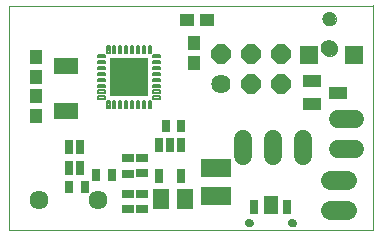
<source format=gts>
G75*
%MOIN*%
%OFA0B0*%
%FSLAX25Y25*%
%IPPOS*%
%LPD*%
%AMOC8*
5,1,8,0,0,1.08239X$1,22.5*
%
%ADD10C,0.00000*%
%ADD11C,0.06000*%
%ADD12R,0.04337X0.04731*%
%ADD13R,0.04731X0.04337*%
%ADD14R,0.09849X0.05912*%
%ADD15R,0.03943X0.03156*%
%ADD16R,0.05518X0.06699*%
%ADD17C,0.06400*%
%ADD18OC8,0.06400*%
%ADD19R,0.05912X0.05912*%
%ADD20R,0.05912X0.04337*%
%ADD21R,0.03156X0.03943*%
%ADD22C,0.00791*%
%ADD23R,0.12998X0.12998*%
%ADD24R,0.08274X0.05518*%
%ADD25C,0.06337*%
%ADD26C,0.04731*%
%ADD27C,0.05518*%
%ADD28C,0.06337*%
%ADD29R,0.02565X0.05124*%
%ADD30R,0.02953X0.05118*%
%ADD31R,0.03156X0.04731*%
%ADD32R,0.04731X0.05912*%
%ADD33C,0.02762*%
D10*
X0030649Y0017263D02*
X0030649Y0092177D01*
X0152011Y0092177D01*
X0152011Y0092208D01*
X0152011Y0092177D02*
X0152011Y0017263D01*
X0152011Y0017247D01*
X0152011Y0017263D02*
X0030649Y0017263D01*
X0109471Y0019767D02*
X0109473Y0019836D01*
X0109479Y0019904D01*
X0109489Y0019972D01*
X0109503Y0020039D01*
X0109521Y0020106D01*
X0109542Y0020171D01*
X0109568Y0020235D01*
X0109597Y0020297D01*
X0109629Y0020357D01*
X0109665Y0020416D01*
X0109705Y0020472D01*
X0109747Y0020526D01*
X0109793Y0020577D01*
X0109842Y0020626D01*
X0109893Y0020672D01*
X0109947Y0020714D01*
X0110003Y0020754D01*
X0110061Y0020790D01*
X0110122Y0020822D01*
X0110184Y0020851D01*
X0110248Y0020877D01*
X0110313Y0020898D01*
X0110380Y0020916D01*
X0110447Y0020930D01*
X0110515Y0020940D01*
X0110583Y0020946D01*
X0110652Y0020948D01*
X0110721Y0020946D01*
X0110789Y0020940D01*
X0110857Y0020930D01*
X0110924Y0020916D01*
X0110991Y0020898D01*
X0111056Y0020877D01*
X0111120Y0020851D01*
X0111182Y0020822D01*
X0111242Y0020790D01*
X0111301Y0020754D01*
X0111357Y0020714D01*
X0111411Y0020672D01*
X0111462Y0020626D01*
X0111511Y0020577D01*
X0111557Y0020526D01*
X0111599Y0020472D01*
X0111639Y0020416D01*
X0111675Y0020357D01*
X0111707Y0020297D01*
X0111736Y0020235D01*
X0111762Y0020171D01*
X0111783Y0020106D01*
X0111801Y0020039D01*
X0111815Y0019972D01*
X0111825Y0019904D01*
X0111831Y0019836D01*
X0111833Y0019767D01*
X0111831Y0019698D01*
X0111825Y0019630D01*
X0111815Y0019562D01*
X0111801Y0019495D01*
X0111783Y0019428D01*
X0111762Y0019363D01*
X0111736Y0019299D01*
X0111707Y0019237D01*
X0111675Y0019176D01*
X0111639Y0019118D01*
X0111599Y0019062D01*
X0111557Y0019008D01*
X0111511Y0018957D01*
X0111462Y0018908D01*
X0111411Y0018862D01*
X0111357Y0018820D01*
X0111301Y0018780D01*
X0111243Y0018744D01*
X0111182Y0018712D01*
X0111120Y0018683D01*
X0111056Y0018657D01*
X0110991Y0018636D01*
X0110924Y0018618D01*
X0110857Y0018604D01*
X0110789Y0018594D01*
X0110721Y0018588D01*
X0110652Y0018586D01*
X0110583Y0018588D01*
X0110515Y0018594D01*
X0110447Y0018604D01*
X0110380Y0018618D01*
X0110313Y0018636D01*
X0110248Y0018657D01*
X0110184Y0018683D01*
X0110122Y0018712D01*
X0110061Y0018744D01*
X0110003Y0018780D01*
X0109947Y0018820D01*
X0109893Y0018862D01*
X0109842Y0018908D01*
X0109793Y0018957D01*
X0109747Y0019008D01*
X0109705Y0019062D01*
X0109665Y0019118D01*
X0109629Y0019176D01*
X0109597Y0019237D01*
X0109568Y0019299D01*
X0109542Y0019363D01*
X0109521Y0019428D01*
X0109503Y0019495D01*
X0109489Y0019562D01*
X0109479Y0019630D01*
X0109473Y0019698D01*
X0109471Y0019767D01*
X0123842Y0019767D02*
X0123844Y0019836D01*
X0123850Y0019904D01*
X0123860Y0019972D01*
X0123874Y0020039D01*
X0123892Y0020106D01*
X0123913Y0020171D01*
X0123939Y0020235D01*
X0123968Y0020297D01*
X0124000Y0020357D01*
X0124036Y0020416D01*
X0124076Y0020472D01*
X0124118Y0020526D01*
X0124164Y0020577D01*
X0124213Y0020626D01*
X0124264Y0020672D01*
X0124318Y0020714D01*
X0124374Y0020754D01*
X0124432Y0020790D01*
X0124493Y0020822D01*
X0124555Y0020851D01*
X0124619Y0020877D01*
X0124684Y0020898D01*
X0124751Y0020916D01*
X0124818Y0020930D01*
X0124886Y0020940D01*
X0124954Y0020946D01*
X0125023Y0020948D01*
X0125092Y0020946D01*
X0125160Y0020940D01*
X0125228Y0020930D01*
X0125295Y0020916D01*
X0125362Y0020898D01*
X0125427Y0020877D01*
X0125491Y0020851D01*
X0125553Y0020822D01*
X0125613Y0020790D01*
X0125672Y0020754D01*
X0125728Y0020714D01*
X0125782Y0020672D01*
X0125833Y0020626D01*
X0125882Y0020577D01*
X0125928Y0020526D01*
X0125970Y0020472D01*
X0126010Y0020416D01*
X0126046Y0020357D01*
X0126078Y0020297D01*
X0126107Y0020235D01*
X0126133Y0020171D01*
X0126154Y0020106D01*
X0126172Y0020039D01*
X0126186Y0019972D01*
X0126196Y0019904D01*
X0126202Y0019836D01*
X0126204Y0019767D01*
X0126202Y0019698D01*
X0126196Y0019630D01*
X0126186Y0019562D01*
X0126172Y0019495D01*
X0126154Y0019428D01*
X0126133Y0019363D01*
X0126107Y0019299D01*
X0126078Y0019237D01*
X0126046Y0019176D01*
X0126010Y0019118D01*
X0125970Y0019062D01*
X0125928Y0019008D01*
X0125882Y0018957D01*
X0125833Y0018908D01*
X0125782Y0018862D01*
X0125728Y0018820D01*
X0125672Y0018780D01*
X0125614Y0018744D01*
X0125553Y0018712D01*
X0125491Y0018683D01*
X0125427Y0018657D01*
X0125362Y0018636D01*
X0125295Y0018618D01*
X0125228Y0018604D01*
X0125160Y0018594D01*
X0125092Y0018588D01*
X0125023Y0018586D01*
X0124954Y0018588D01*
X0124886Y0018594D01*
X0124818Y0018604D01*
X0124751Y0018618D01*
X0124684Y0018636D01*
X0124619Y0018657D01*
X0124555Y0018683D01*
X0124493Y0018712D01*
X0124432Y0018744D01*
X0124374Y0018780D01*
X0124318Y0018820D01*
X0124264Y0018862D01*
X0124213Y0018908D01*
X0124164Y0018957D01*
X0124118Y0019008D01*
X0124076Y0019062D01*
X0124036Y0019118D01*
X0124000Y0019176D01*
X0123968Y0019237D01*
X0123939Y0019299D01*
X0123913Y0019363D01*
X0123892Y0019428D01*
X0123874Y0019495D01*
X0123860Y0019562D01*
X0123850Y0019630D01*
X0123844Y0019698D01*
X0123842Y0019767D01*
X0134874Y0077905D02*
X0134876Y0078006D01*
X0134882Y0078107D01*
X0134892Y0078208D01*
X0134906Y0078308D01*
X0134924Y0078407D01*
X0134946Y0078506D01*
X0134971Y0078604D01*
X0135001Y0078701D01*
X0135034Y0078796D01*
X0135071Y0078890D01*
X0135112Y0078983D01*
X0135156Y0079074D01*
X0135204Y0079163D01*
X0135256Y0079250D01*
X0135311Y0079335D01*
X0135369Y0079417D01*
X0135430Y0079498D01*
X0135495Y0079576D01*
X0135562Y0079651D01*
X0135632Y0079723D01*
X0135706Y0079793D01*
X0135782Y0079860D01*
X0135860Y0079924D01*
X0135941Y0079984D01*
X0136024Y0080041D01*
X0136110Y0080095D01*
X0136198Y0080146D01*
X0136287Y0080193D01*
X0136378Y0080237D01*
X0136471Y0080276D01*
X0136566Y0080313D01*
X0136661Y0080345D01*
X0136758Y0080374D01*
X0136857Y0080398D01*
X0136955Y0080419D01*
X0137055Y0080436D01*
X0137155Y0080449D01*
X0137256Y0080458D01*
X0137357Y0080463D01*
X0137458Y0080464D01*
X0137559Y0080461D01*
X0137660Y0080454D01*
X0137761Y0080443D01*
X0137861Y0080428D01*
X0137960Y0080409D01*
X0138059Y0080386D01*
X0138156Y0080360D01*
X0138253Y0080329D01*
X0138348Y0080295D01*
X0138441Y0080257D01*
X0138534Y0080215D01*
X0138624Y0080170D01*
X0138713Y0080121D01*
X0138799Y0080069D01*
X0138883Y0080013D01*
X0138966Y0079954D01*
X0139045Y0079892D01*
X0139123Y0079827D01*
X0139197Y0079759D01*
X0139269Y0079687D01*
X0139338Y0079614D01*
X0139404Y0079537D01*
X0139467Y0079458D01*
X0139527Y0079376D01*
X0139583Y0079292D01*
X0139636Y0079206D01*
X0139686Y0079118D01*
X0139732Y0079028D01*
X0139775Y0078937D01*
X0139814Y0078843D01*
X0139849Y0078748D01*
X0139880Y0078652D01*
X0139908Y0078555D01*
X0139932Y0078457D01*
X0139952Y0078358D01*
X0139968Y0078258D01*
X0139980Y0078157D01*
X0139988Y0078057D01*
X0139992Y0077956D01*
X0139992Y0077854D01*
X0139988Y0077753D01*
X0139980Y0077653D01*
X0139968Y0077552D01*
X0139952Y0077452D01*
X0139932Y0077353D01*
X0139908Y0077255D01*
X0139880Y0077158D01*
X0139849Y0077062D01*
X0139814Y0076967D01*
X0139775Y0076873D01*
X0139732Y0076782D01*
X0139686Y0076692D01*
X0139636Y0076604D01*
X0139583Y0076518D01*
X0139527Y0076434D01*
X0139467Y0076352D01*
X0139404Y0076273D01*
X0139338Y0076196D01*
X0139269Y0076123D01*
X0139197Y0076051D01*
X0139123Y0075983D01*
X0139045Y0075918D01*
X0138966Y0075856D01*
X0138883Y0075797D01*
X0138799Y0075741D01*
X0138712Y0075689D01*
X0138624Y0075640D01*
X0138534Y0075595D01*
X0138441Y0075553D01*
X0138348Y0075515D01*
X0138253Y0075481D01*
X0138156Y0075450D01*
X0138059Y0075424D01*
X0137960Y0075401D01*
X0137861Y0075382D01*
X0137761Y0075367D01*
X0137660Y0075356D01*
X0137559Y0075349D01*
X0137458Y0075346D01*
X0137357Y0075347D01*
X0137256Y0075352D01*
X0137155Y0075361D01*
X0137055Y0075374D01*
X0136955Y0075391D01*
X0136857Y0075412D01*
X0136758Y0075436D01*
X0136661Y0075465D01*
X0136566Y0075497D01*
X0136471Y0075534D01*
X0136378Y0075573D01*
X0136287Y0075617D01*
X0136198Y0075664D01*
X0136110Y0075715D01*
X0136024Y0075769D01*
X0135941Y0075826D01*
X0135860Y0075886D01*
X0135782Y0075950D01*
X0135706Y0076017D01*
X0135632Y0076087D01*
X0135562Y0076159D01*
X0135495Y0076234D01*
X0135430Y0076312D01*
X0135369Y0076393D01*
X0135311Y0076475D01*
X0135256Y0076560D01*
X0135204Y0076647D01*
X0135156Y0076736D01*
X0135112Y0076827D01*
X0135071Y0076920D01*
X0135034Y0077014D01*
X0135001Y0077109D01*
X0134971Y0077206D01*
X0134946Y0077304D01*
X0134924Y0077403D01*
X0134906Y0077502D01*
X0134892Y0077602D01*
X0134882Y0077703D01*
X0134876Y0077804D01*
X0134874Y0077905D01*
X0135268Y0087747D02*
X0135270Y0087840D01*
X0135276Y0087932D01*
X0135286Y0088024D01*
X0135300Y0088115D01*
X0135317Y0088206D01*
X0135339Y0088296D01*
X0135364Y0088385D01*
X0135393Y0088473D01*
X0135426Y0088559D01*
X0135463Y0088644D01*
X0135503Y0088728D01*
X0135547Y0088809D01*
X0135594Y0088889D01*
X0135644Y0088967D01*
X0135698Y0089042D01*
X0135755Y0089115D01*
X0135815Y0089185D01*
X0135878Y0089253D01*
X0135944Y0089318D01*
X0136012Y0089380D01*
X0136083Y0089440D01*
X0136157Y0089496D01*
X0136233Y0089549D01*
X0136311Y0089598D01*
X0136391Y0089645D01*
X0136473Y0089687D01*
X0136557Y0089727D01*
X0136642Y0089762D01*
X0136729Y0089794D01*
X0136817Y0089823D01*
X0136906Y0089847D01*
X0136996Y0089868D01*
X0137087Y0089884D01*
X0137179Y0089897D01*
X0137271Y0089906D01*
X0137364Y0089911D01*
X0137456Y0089912D01*
X0137549Y0089909D01*
X0137641Y0089902D01*
X0137733Y0089891D01*
X0137824Y0089876D01*
X0137915Y0089858D01*
X0138005Y0089835D01*
X0138093Y0089809D01*
X0138181Y0089779D01*
X0138267Y0089745D01*
X0138351Y0089708D01*
X0138434Y0089666D01*
X0138515Y0089622D01*
X0138595Y0089574D01*
X0138672Y0089523D01*
X0138746Y0089468D01*
X0138819Y0089410D01*
X0138889Y0089350D01*
X0138956Y0089286D01*
X0139020Y0089220D01*
X0139082Y0089150D01*
X0139140Y0089079D01*
X0139195Y0089005D01*
X0139247Y0088928D01*
X0139296Y0088849D01*
X0139342Y0088769D01*
X0139384Y0088686D01*
X0139422Y0088602D01*
X0139457Y0088516D01*
X0139488Y0088429D01*
X0139515Y0088341D01*
X0139538Y0088251D01*
X0139558Y0088161D01*
X0139574Y0088070D01*
X0139586Y0087978D01*
X0139594Y0087886D01*
X0139598Y0087793D01*
X0139598Y0087701D01*
X0139594Y0087608D01*
X0139586Y0087516D01*
X0139574Y0087424D01*
X0139558Y0087333D01*
X0139538Y0087243D01*
X0139515Y0087153D01*
X0139488Y0087065D01*
X0139457Y0086978D01*
X0139422Y0086892D01*
X0139384Y0086808D01*
X0139342Y0086725D01*
X0139296Y0086645D01*
X0139247Y0086566D01*
X0139195Y0086489D01*
X0139140Y0086415D01*
X0139082Y0086344D01*
X0139020Y0086274D01*
X0138956Y0086208D01*
X0138889Y0086144D01*
X0138819Y0086084D01*
X0138746Y0086026D01*
X0138672Y0085971D01*
X0138595Y0085920D01*
X0138516Y0085872D01*
X0138434Y0085828D01*
X0138351Y0085786D01*
X0138267Y0085749D01*
X0138181Y0085715D01*
X0138093Y0085685D01*
X0138005Y0085659D01*
X0137915Y0085636D01*
X0137824Y0085618D01*
X0137733Y0085603D01*
X0137641Y0085592D01*
X0137549Y0085585D01*
X0137456Y0085582D01*
X0137364Y0085583D01*
X0137271Y0085588D01*
X0137179Y0085597D01*
X0137087Y0085610D01*
X0136996Y0085626D01*
X0136906Y0085647D01*
X0136817Y0085671D01*
X0136729Y0085700D01*
X0136642Y0085732D01*
X0136557Y0085767D01*
X0136473Y0085807D01*
X0136391Y0085849D01*
X0136311Y0085896D01*
X0136233Y0085945D01*
X0136157Y0085998D01*
X0136083Y0086054D01*
X0136012Y0086114D01*
X0135944Y0086176D01*
X0135878Y0086241D01*
X0135815Y0086309D01*
X0135755Y0086379D01*
X0135698Y0086452D01*
X0135644Y0086527D01*
X0135594Y0086605D01*
X0135547Y0086685D01*
X0135503Y0086766D01*
X0135463Y0086850D01*
X0135426Y0086935D01*
X0135393Y0087021D01*
X0135364Y0087109D01*
X0135339Y0087198D01*
X0135317Y0087288D01*
X0135300Y0087379D01*
X0135286Y0087470D01*
X0135276Y0087562D01*
X0135270Y0087654D01*
X0135268Y0087747D01*
D11*
X0140203Y0054464D02*
X0145803Y0054464D01*
X0145803Y0044464D02*
X0140203Y0044464D01*
X0128759Y0042054D02*
X0128759Y0047654D01*
X0118759Y0047654D02*
X0118759Y0042054D01*
X0108759Y0042054D02*
X0108759Y0047654D01*
D12*
X0092116Y0072933D03*
X0092116Y0079625D03*
X0039759Y0075196D03*
X0039759Y0068503D03*
X0039759Y0062055D03*
X0039759Y0055362D03*
D13*
X0090066Y0087212D03*
X0096759Y0087212D03*
D14*
X0099558Y0038118D03*
X0099558Y0028669D03*
D15*
X0075074Y0029444D03*
X0070184Y0029405D03*
X0075074Y0024326D03*
X0070184Y0024287D03*
X0070267Y0036188D03*
X0074999Y0036244D03*
X0074999Y0041362D03*
X0070267Y0041307D03*
D16*
X0081373Y0027818D03*
X0089247Y0027818D03*
D17*
X0101363Y0065948D03*
D18*
X0111363Y0065948D03*
X0121363Y0065948D03*
X0121363Y0075948D03*
X0111363Y0075948D03*
X0101363Y0075948D03*
D19*
X0130665Y0075870D03*
X0145626Y0075870D03*
D20*
X0131503Y0066921D03*
X0140164Y0063181D03*
X0131503Y0059440D03*
D21*
X0088046Y0051877D03*
X0082928Y0051877D03*
X0064845Y0035555D03*
X0059727Y0035555D03*
X0055790Y0031539D03*
X0050672Y0031539D03*
D22*
X0063348Y0057970D02*
X0064138Y0057970D01*
X0063348Y0057970D02*
X0063348Y0060336D01*
X0064138Y0060336D01*
X0064138Y0057970D01*
X0064138Y0058760D02*
X0063348Y0058760D01*
X0063348Y0059550D02*
X0064138Y0059550D01*
X0065317Y0057970D02*
X0066107Y0057970D01*
X0065317Y0057970D02*
X0065317Y0060336D01*
X0066107Y0060336D01*
X0066107Y0057970D01*
X0066107Y0058760D02*
X0065317Y0058760D01*
X0065317Y0059550D02*
X0066107Y0059550D01*
X0067285Y0057970D02*
X0068075Y0057970D01*
X0067285Y0057970D02*
X0067285Y0060336D01*
X0068075Y0060336D01*
X0068075Y0057970D01*
X0068075Y0058760D02*
X0067285Y0058760D01*
X0067285Y0059550D02*
X0068075Y0059550D01*
X0069254Y0057970D02*
X0070044Y0057970D01*
X0069254Y0057970D02*
X0069254Y0060336D01*
X0070044Y0060336D01*
X0070044Y0057970D01*
X0070044Y0058760D02*
X0069254Y0058760D01*
X0069254Y0059550D02*
X0070044Y0059550D01*
X0071222Y0057970D02*
X0072012Y0057970D01*
X0071222Y0057970D02*
X0071222Y0060336D01*
X0072012Y0060336D01*
X0072012Y0057970D01*
X0072012Y0058760D02*
X0071222Y0058760D01*
X0071222Y0059550D02*
X0072012Y0059550D01*
X0073191Y0057970D02*
X0073981Y0057970D01*
X0073191Y0057970D02*
X0073191Y0060336D01*
X0073981Y0060336D01*
X0073981Y0057970D01*
X0073981Y0058760D02*
X0073191Y0058760D01*
X0073191Y0059550D02*
X0073981Y0059550D01*
X0075159Y0057970D02*
X0075949Y0057970D01*
X0075159Y0057970D02*
X0075159Y0060336D01*
X0075949Y0060336D01*
X0075949Y0057970D01*
X0075949Y0058760D02*
X0075159Y0058760D01*
X0075159Y0059550D02*
X0075949Y0059550D01*
X0077128Y0057970D02*
X0077918Y0057970D01*
X0077128Y0057970D02*
X0077128Y0060336D01*
X0077918Y0060336D01*
X0077918Y0057970D01*
X0077918Y0058760D02*
X0077128Y0058760D01*
X0077128Y0059550D02*
X0077918Y0059550D01*
X0078702Y0061120D02*
X0081068Y0061120D01*
X0078702Y0061120D02*
X0078702Y0061910D01*
X0081068Y0061910D01*
X0081068Y0061120D01*
X0081068Y0061910D02*
X0078702Y0061910D01*
X0078702Y0063089D02*
X0081068Y0063089D01*
X0078702Y0063089D02*
X0078702Y0063879D01*
X0081068Y0063879D01*
X0081068Y0063089D01*
X0081068Y0063879D02*
X0078702Y0063879D01*
X0078702Y0065057D02*
X0081068Y0065057D01*
X0078702Y0065057D02*
X0078702Y0065847D01*
X0081068Y0065847D01*
X0081068Y0065057D01*
X0081068Y0065847D02*
X0078702Y0065847D01*
X0078702Y0067026D02*
X0081068Y0067026D01*
X0078702Y0067026D02*
X0078702Y0067816D01*
X0081068Y0067816D01*
X0081068Y0067026D01*
X0081068Y0067816D02*
X0078702Y0067816D01*
X0078702Y0068994D02*
X0081068Y0068994D01*
X0078702Y0068994D02*
X0078702Y0069784D01*
X0081068Y0069784D01*
X0081068Y0068994D01*
X0081068Y0069784D02*
X0078702Y0069784D01*
X0078702Y0070963D02*
X0081068Y0070963D01*
X0078702Y0070963D02*
X0078702Y0071753D01*
X0081068Y0071753D01*
X0081068Y0070963D01*
X0081068Y0071753D02*
X0078702Y0071753D01*
X0078702Y0072931D02*
X0081068Y0072931D01*
X0078702Y0072931D02*
X0078702Y0073721D01*
X0081068Y0073721D01*
X0081068Y0072931D01*
X0081068Y0073721D02*
X0078702Y0073721D01*
X0078702Y0074900D02*
X0081068Y0074900D01*
X0078702Y0074900D02*
X0078702Y0075690D01*
X0081068Y0075690D01*
X0081068Y0074900D01*
X0081068Y0075690D02*
X0078702Y0075690D01*
X0077918Y0076474D02*
X0077128Y0076474D01*
X0077128Y0078840D01*
X0077918Y0078840D01*
X0077918Y0076474D01*
X0077918Y0077264D02*
X0077128Y0077264D01*
X0077128Y0078054D02*
X0077918Y0078054D01*
X0075949Y0076474D02*
X0075159Y0076474D01*
X0075159Y0078840D01*
X0075949Y0078840D01*
X0075949Y0076474D01*
X0075949Y0077264D02*
X0075159Y0077264D01*
X0075159Y0078054D02*
X0075949Y0078054D01*
X0073981Y0076474D02*
X0073191Y0076474D01*
X0073191Y0078840D01*
X0073981Y0078840D01*
X0073981Y0076474D01*
X0073981Y0077264D02*
X0073191Y0077264D01*
X0073191Y0078054D02*
X0073981Y0078054D01*
X0072012Y0076474D02*
X0071222Y0076474D01*
X0071222Y0078840D01*
X0072012Y0078840D01*
X0072012Y0076474D01*
X0072012Y0077264D02*
X0071222Y0077264D01*
X0071222Y0078054D02*
X0072012Y0078054D01*
X0070044Y0076474D02*
X0069254Y0076474D01*
X0069254Y0078840D01*
X0070044Y0078840D01*
X0070044Y0076474D01*
X0070044Y0077264D02*
X0069254Y0077264D01*
X0069254Y0078054D02*
X0070044Y0078054D01*
X0068075Y0076474D02*
X0067285Y0076474D01*
X0067285Y0078840D01*
X0068075Y0078840D01*
X0068075Y0076474D01*
X0068075Y0077264D02*
X0067285Y0077264D01*
X0067285Y0078054D02*
X0068075Y0078054D01*
X0066107Y0076474D02*
X0065317Y0076474D01*
X0065317Y0078840D01*
X0066107Y0078840D01*
X0066107Y0076474D01*
X0066107Y0077264D02*
X0065317Y0077264D01*
X0065317Y0078054D02*
X0066107Y0078054D01*
X0064138Y0076474D02*
X0063348Y0076474D01*
X0063348Y0078840D01*
X0064138Y0078840D01*
X0064138Y0076474D01*
X0064138Y0077264D02*
X0063348Y0077264D01*
X0063348Y0078054D02*
X0064138Y0078054D01*
X0062564Y0074900D02*
X0060198Y0074900D01*
X0060198Y0075690D01*
X0062564Y0075690D01*
X0062564Y0074900D01*
X0062564Y0075690D02*
X0060198Y0075690D01*
X0060198Y0072931D02*
X0062564Y0072931D01*
X0060198Y0072931D02*
X0060198Y0073721D01*
X0062564Y0073721D01*
X0062564Y0072931D01*
X0062564Y0073721D02*
X0060198Y0073721D01*
X0060198Y0070963D02*
X0062564Y0070963D01*
X0060198Y0070963D02*
X0060198Y0071753D01*
X0062564Y0071753D01*
X0062564Y0070963D01*
X0062564Y0071753D02*
X0060198Y0071753D01*
X0060198Y0068994D02*
X0062564Y0068994D01*
X0060198Y0068994D02*
X0060198Y0069784D01*
X0062564Y0069784D01*
X0062564Y0068994D01*
X0062564Y0069784D02*
X0060198Y0069784D01*
X0060198Y0067026D02*
X0062564Y0067026D01*
X0060198Y0067026D02*
X0060198Y0067816D01*
X0062564Y0067816D01*
X0062564Y0067026D01*
X0062564Y0067816D02*
X0060198Y0067816D01*
X0060198Y0065057D02*
X0062564Y0065057D01*
X0060198Y0065057D02*
X0060198Y0065847D01*
X0062564Y0065847D01*
X0062564Y0065057D01*
X0062564Y0065847D02*
X0060198Y0065847D01*
X0060198Y0063089D02*
X0062564Y0063089D01*
X0060198Y0063089D02*
X0060198Y0063879D01*
X0062564Y0063879D01*
X0062564Y0063089D01*
X0062564Y0063879D02*
X0060198Y0063879D01*
X0060198Y0061120D02*
X0062564Y0061120D01*
X0060198Y0061120D02*
X0060198Y0061910D01*
X0062564Y0061910D01*
X0062564Y0061120D01*
X0062564Y0061910D02*
X0060198Y0061910D01*
D23*
X0070633Y0068405D03*
D24*
X0049578Y0072102D03*
X0049578Y0057141D03*
D25*
X0137463Y0034165D02*
X0143400Y0034165D01*
X0143400Y0024165D02*
X0137463Y0024165D01*
D26*
X0137433Y0087747D03*
D27*
X0137433Y0077905D03*
D28*
X0060436Y0027247D03*
X0040751Y0027247D03*
D29*
X0080475Y0035476D03*
X0087956Y0035476D03*
X0087956Y0045712D03*
X0084215Y0045712D03*
X0080475Y0045712D03*
D30*
X0054196Y0045161D03*
X0050456Y0045161D03*
X0050456Y0038074D03*
X0054196Y0038074D03*
D31*
X0112286Y0024885D03*
X0123310Y0025082D03*
D32*
X0117837Y0025870D03*
D33*
X0110652Y0019767D03*
X0125023Y0019767D03*
M02*

</source>
